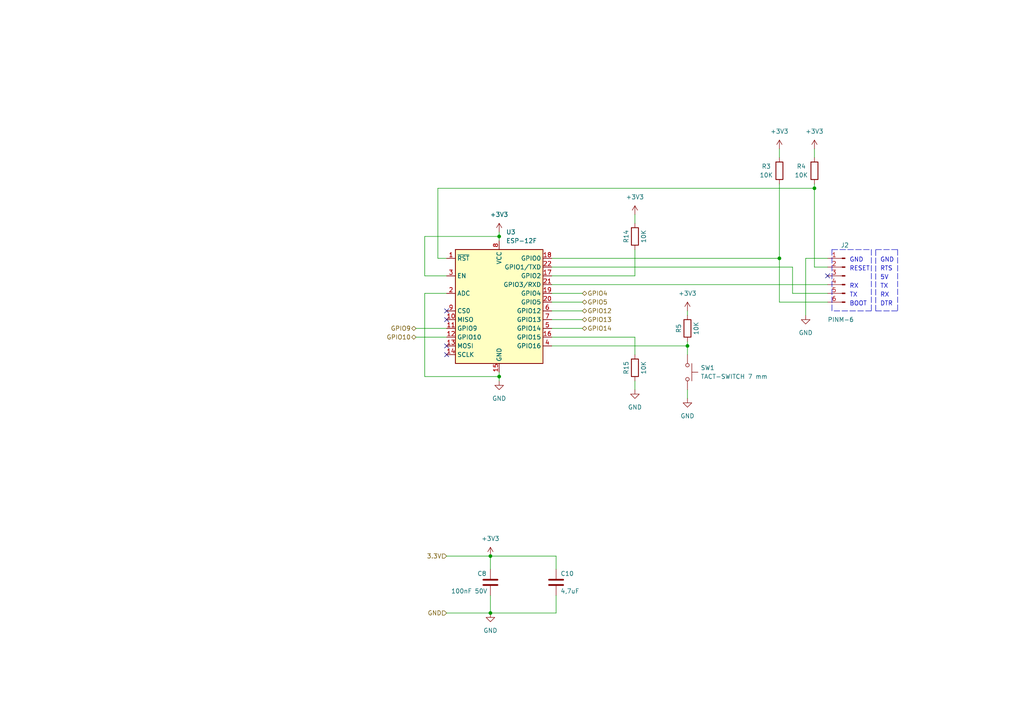
<source format=kicad_sch>
(kicad_sch (version 20211123) (generator eeschema)
  (paper "A4")
  (lib_symbols
    (symbol "Connector:Conn_01x06_Male" (pin_names (offset 1.016) hide)
      (property "Reference" "J" (at 0 7.62 0))
      (property "Value" "Conn_01x06_Male" (at 0 -10.16 0))
      (symbol "Conn_01x06_Male_1_1"
        (polyline (pts (xy 1.27 -7.62) (xy 0.8636 -7.62)) (stroke (width 0.1524)))
        (polyline (pts (xy 1.27 -5.08) (xy 0.8636 -5.08)) (stroke (width 0.1524)))
        (polyline (pts (xy 1.27 -2.54) (xy 0.8636 -2.54)) (stroke (width 0.1524)))
        (polyline (pts (xy 1.27 0) (xy 0.8636 0)) (stroke (width 0.1524)))
        (polyline (pts (xy 1.27 2.54) (xy 0.8636 2.54)) (stroke (width 0.1524)))
        (polyline (pts (xy 1.27 5.08) (xy 0.8636 5.08)) (stroke (width 0.1524)))
        (rectangle (start 0.8636 -7.493) (end 0 -7.747) (stroke (width 0.1524)) (fill (type outline)))
        (rectangle (start 0.8636 -4.953) (end 0 -5.207) (stroke (width 0.1524)) (fill (type outline)))
        (rectangle (start 0.8636 -2.413) (end 0 -2.667) (stroke (width 0.1524)) (fill (type outline)))
        (rectangle (start 0.8636 0.127) (end 0 -0.127) (stroke (width 0.1524)) (fill (type outline)))
        (rectangle (start 0.8636 2.667) (end 0 2.413) (stroke (width 0.1524)) (fill (type outline)))
        (rectangle (start 0.8636 5.207) (end 0 4.953) (stroke (width 0.1524)) (fill (type outline)))
        (pin passive line (at 5.08 5.08 180) (length 3.81) (name "Pin_1") (number "1"))
        (pin passive line (at 5.08 2.54 180) (length 3.81) (name "Pin_2") (number "2"))
        (pin passive line (at 5.08 0 180) (length 3.81) (name "Pin_3") (number "3"))
        (pin passive line (at 5.08 -2.54 180) (length 3.81) (name "Pin_4") (number "4"))
        (pin passive line (at 5.08 -5.08 180) (length 3.81) (name "Pin_5") (number "5"))
        (pin passive line (at 5.08 -7.62 180) (length 3.81) (name "Pin_6") (number "6"))
      )
    )
    (symbol "Device:C" (pin_numbers hide) (pin_names (offset 0.254))
      (property "Reference" "C" (at 0.635 2.54 0))
      (property "Value" "C" (at 0.635 -2.54 0))
      (symbol "C_0_1"
        (polyline (pts (xy -2.032 -0.762) (xy 2.032 -0.762)) (stroke (width 0.508)))
        (polyline (pts (xy -2.032 0.762) (xy 2.032 0.762)) (stroke (width 0.508)))
      )
      (symbol "C_1_1"
        (pin passive line (at 0 3.81 270) (length 2.794) (name "~") (number "1"))
        (pin passive line (at 0 -3.81 90) (length 2.794) (name "~") (number "2"))
      )
    )
    (symbol "Device:R" (pin_numbers hide) (pin_names (offset 0))
      (property "Reference" "R" (at 2.032 0 90))
      (property "Value" "R" (at 0 0 90))
      (symbol "R_0_1"
        (rectangle (start -1.016 -2.54) (end 1.016 2.54) (stroke (width 0.254)))
      )
      (symbol "R_1_1"
        (pin passive line (at 0 3.81 270) (length 1.27) (name "~") (number "1"))
        (pin passive line (at 0 -3.81 90) (length 1.27) (name "~") (number "2"))
      )
    )
    (symbol "RF_Module:ESP-12F"
      (property "Reference" "U" (at -12.7 19.05 0))
      (property "Value" "ESP-12F" (at 12.7 19.05 0))
      (symbol "ESP-12F_0_1"
        (rectangle (start -12.7 17.78) (end 12.7 -15.24) (stroke (width 0.254)) (fill (type background)))
      )
      (symbol "ESP-12F_1_1"
        (pin input line (at -15.24 15.24 0) (length 2.54) (name "~{RST}") (number "1"))
        (pin bidirectional line (at -15.24 -2.54 0) (length 2.54) (name "MISO") (number "10"))
        (pin bidirectional line (at -15.24 -5.08 0) (length 2.54) (name "GPIO9") (number "11"))
        (pin bidirectional line (at -15.24 -7.62 0) (length 2.54) (name "GPIO10") (number "12"))
        (pin bidirectional line (at -15.24 -10.16 0) (length 2.54) (name "MOSI") (number "13"))
        (pin bidirectional line (at -15.24 -12.7 0) (length 2.54) (name "SCLK") (number "14"))
        (pin power_in line (at 0 -17.78 90) (length 2.54) (name "GND") (number "15"))
        (pin bidirectional line (at 15.24 -7.62 180) (length 2.54) (name "GPIO15") (number "16"))
        (pin bidirectional line (at 15.24 10.16 180) (length 2.54) (name "GPIO2") (number "17"))
        (pin bidirectional line (at 15.24 15.24 180) (length 2.54) (name "GPIO0") (number "18"))
        (pin bidirectional line (at 15.24 5.08 180) (length 2.54) (name "GPIO4") (number "19"))
        (pin input line (at -15.24 5.08 0) (length 2.54) (name "ADC") (number "2"))
        (pin bidirectional line (at 15.24 2.54 180) (length 2.54) (name "GPIO5") (number "20"))
        (pin bidirectional line (at 15.24 7.62 180) (length 2.54) (name "GPIO3/RXD") (number "21"))
        (pin bidirectional line (at 15.24 12.7 180) (length 2.54) (name "GPIO1/TXD") (number "22"))
        (pin input line (at -15.24 10.16 0) (length 2.54) (name "EN") (number "3"))
        (pin bidirectional line (at 15.24 -10.16 180) (length 2.54) (name "GPIO16") (number "4"))
        (pin bidirectional line (at 15.24 -5.08 180) (length 2.54) (name "GPIO14") (number "5"))
        (pin bidirectional line (at 15.24 0 180) (length 2.54) (name "GPIO12") (number "6"))
        (pin bidirectional line (at 15.24 -2.54 180) (length 2.54) (name "GPIO13") (number "7"))
        (pin power_in line (at 0 20.32 270) (length 2.54) (name "VCC") (number "8"))
        (pin input line (at -15.24 0 0) (length 2.54) (name "CS0") (number "9"))
      )
    )
    (symbol "Switch:SW_Push" (pin_numbers hide) (pin_names (offset 1.016) hide)
      (property "Reference" "SW" (at 1.27 2.54 0))
      (property "Value" "SW_Push" (at 0 -1.524 0))
      (symbol "SW_Push_0_1"
        (circle (center -2.032 0) (radius 0.508))
        (polyline (pts (xy 0 1.27) (xy 0 3.048)))
        (polyline (pts (xy 2.54 1.27) (xy -2.54 1.27)))
        (circle (center 2.032 0) (radius 0.508))
        (pin passive line (at -5.08 0 0) (length 2.54) (name "1") (number "1"))
        (pin passive line (at 5.08 0 180) (length 2.54) (name "2") (number "2"))
      )
    )
    (symbol "power:+3.3V" (power) (pin_names (offset 0))
      (property "Value" "+3.3V" (at 0 3.556 0))
      (symbol "+3.3V_0_1"
        (polyline (pts (xy -0.762 1.27) (xy 0 2.54)))
        (polyline (pts (xy 0 0) (xy 0 2.54)))
        (polyline (pts (xy 0 2.54) (xy 0.762 1.27)))
      )
      (symbol "+3.3V_1_1"
        (pin power_in line (at 0 0 90) (length 0) hide (name "+3V3") (number "1"))
      )
    )
    (symbol "power:GND" (power) (pin_names (offset 0))
      (property "Value" "GND" (at 0 -3.81 0))
      (symbol "GND_0_1"
        (polyline (pts (xy 0 0) (xy 0 -1.27) (xy 1.27 -1.27) (xy 0 -2.54) (xy -1.27 -1.27) (xy 0 -1.27)))
      )
      (symbol "GND_1_1"
        (pin power_in line (at 0 0 270) (length 0) hide (name "GND") (number "1"))
      )
    )
  )
  (junction (at 236.22 54.61))
  (junction (at 144.78 68.58))
  (junction (at 199.39 100.33))
  (junction (at 142.24 161.29))
  (junction (at 142.24 177.8))
  (junction (at 226.06 74.93))
  (junction (at 144.78 109.22))
  (no_connect (at 129.54 100.33))
  (no_connect (at 129.54 90.17))
  (no_connect (at 129.54 92.71))
  (no_connect (at 129.54 102.87))
  (no_connect (at 240.03 80.01))
  (wire (pts (xy 160.02 80.01) (xy 184.15 80.01)))
  (wire (pts (xy 160.02 85.09) (xy 168.91 85.09)))
  (wire (pts (xy 236.22 53.34) (xy 236.22 54.61)))
  (wire (pts (xy 161.29 165.1) (xy 161.29 161.29)))
  (wire (pts (xy 129.54 97.79) (xy 120.65 97.79)))
  (wire (pts (xy 123.19 80.01) (xy 123.19 68.58)))
  (wire (pts (xy 129.54 85.09) (xy 123.19 85.09)))
  (wire (pts (xy 233.68 74.93) (xy 240.03 74.93)))
  (wire (pts (xy 129.54 161.29) (xy 142.24 161.29)))
  (wire (pts (xy 144.78 107.95) (xy 144.78 109.22)))
  (wire (pts (xy 229.87 85.09) (xy 229.87 77.47)))
  (wire (pts (xy 199.39 113.03) (xy 199.39 115.57)))
  (wire (pts (xy 160.02 100.33) (xy 199.39 100.33)))
  (wire (pts (xy 199.39 100.33) (xy 199.39 102.87)))
  (polyline (pts (xy 252.73 90.17) (xy 241.3 90.17)))
  (wire (pts (xy 127 54.61) (xy 236.22 54.61)))
  (wire (pts (xy 160.02 82.55) (xy 240.03 82.55)))
  (wire (pts (xy 160.02 87.63) (xy 168.91 87.63)))
  (wire (pts (xy 142.24 172.72) (xy 142.24 177.8)))
  (wire (pts (xy 236.22 43.18) (xy 236.22 45.72)))
  (wire (pts (xy 123.19 85.09) (xy 123.19 109.22)))
  (polyline (pts (xy 252.73 72.39) (xy 252.73 90.17)))
  (wire (pts (xy 160.02 97.79) (xy 184.15 97.79)))
  (polyline (pts (xy 254 90.17) (xy 260.35 90.17)))
  (wire (pts (xy 233.68 91.44) (xy 233.68 74.93)))
  (wire (pts (xy 240.03 77.47) (xy 236.22 77.47)))
  (wire (pts (xy 184.15 80.01) (xy 184.15 72.39)))
  (wire (pts (xy 129.54 74.93) (xy 127 74.93)))
  (wire (pts (xy 199.39 99.06) (xy 199.39 100.33)))
  (wire (pts (xy 160.02 95.25) (xy 168.91 95.25)))
  (wire (pts (xy 144.78 109.22) (xy 144.78 110.49)))
  (polyline (pts (xy 254 90.17) (xy 254 72.39)))
  (wire (pts (xy 127 74.93) (xy 127 54.61)))
  (wire (pts (xy 142.24 165.1) (xy 142.24 161.29)))
  (wire (pts (xy 142.24 161.29) (xy 161.29 161.29)))
  (wire (pts (xy 142.24 177.8) (xy 161.29 177.8)))
  (wire (pts (xy 184.15 62.23) (xy 184.15 64.77)))
  (wire (pts (xy 161.29 172.72) (xy 161.29 177.8)))
  (wire (pts (xy 184.15 110.49) (xy 184.15 113.03)))
  (wire (pts (xy 129.54 95.25) (xy 120.65 95.25)))
  (wire (pts (xy 184.15 97.79) (xy 184.15 102.87)))
  (polyline (pts (xy 241.3 72.39) (xy 241.3 90.17)))
  (wire (pts (xy 123.19 68.58) (xy 144.78 68.58)))
  (wire (pts (xy 236.22 77.47) (xy 236.22 54.61)))
  (wire (pts (xy 144.78 67.31) (xy 144.78 68.58)))
  (wire (pts (xy 160.02 92.71) (xy 168.91 92.71)))
  (wire (pts (xy 199.39 90.17) (xy 199.39 91.44)))
  (wire (pts (xy 123.19 109.22) (xy 144.78 109.22)))
  (wire (pts (xy 129.54 177.8) (xy 142.24 177.8)))
  (wire (pts (xy 160.02 74.93) (xy 226.06 74.93)))
  (wire (pts (xy 226.06 53.34) (xy 226.06 74.93)))
  (wire (pts (xy 229.87 77.47) (xy 160.02 77.47)))
  (polyline (pts (xy 254 72.39) (xy 260.35 72.39)))
  (wire (pts (xy 226.06 87.63) (xy 226.06 74.93)))
  (wire (pts (xy 129.54 80.01) (xy 123.19 80.01)))
  (wire (pts (xy 144.78 68.58) (xy 144.78 69.85)))
  (polyline (pts (xy 260.35 72.39) (xy 260.35 90.17)))
  (wire (pts (xy 160.02 90.17) (xy 168.91 90.17)))
  (polyline (pts (xy 241.3 72.39) (xy 252.73 72.39)))
  (wire (pts (xy 240.03 85.09) (xy 229.87 85.09)))
  (wire (pts (xy 240.03 87.63) (xy 226.06 87.63)))
  (wire (pts (xy 226.06 43.18) (xy 226.06 45.72)))
  (text "TX" (at 246.38 86.36 0) (effects (font (size 1.27 1.27)) (justify left bottom)))
  (text "GND" (at 255.27 76.2 0) (effects (font (size 1.27 1.27)) (justify left bottom)))
  (text "5V" (at 255.27 81.28 0) (effects (font (size 1.27 1.27)) (justify left bottom)))
  (text "TX" (at 255.27 83.82 0) (effects (font (size 1.27 1.27)) (justify left bottom)))
  (text "BOOT" (at 246.38 88.9 0) (effects (font (size 1.27 1.27)) (justify left bottom)))
  (text "RX" (at 246.38 83.82 0) (effects (font (size 1.27 1.27)) (justify left bottom)))
  (text "RESET" (at 246.38 78.74 0) (effects (font (size 1.27 1.27)) (justify left bottom)))
  (text "RTS" (at 255.27 78.74 0) (effects (font (size 1.27 1.27)) (justify left bottom)))
  (text "GND" (at 246.38 76.2 0) (effects (font (size 1.27 1.27)) (justify left bottom)))
  (text "DTR" (at 255.27 88.9 0) (effects (font (size 1.27 1.27)) (justify left bottom)))
  (text "RX" (at 255.27 86.36 0) (effects (font (size 1.27 1.27)) (justify left bottom)))
  (hierarchical_label "3.3V" (shape input) (at 129.54 161.29 180))
  (hierarchical_label "GPIO10" (shape bidirectional) (at 120.65 97.79 180))
  (hierarchical_label "GPIO12" (shape bidirectional) (at 168.91 90.17 0))
  (hierarchical_label "GPIO9" (shape bidirectional) (at 120.65 95.25 180))
  (hierarchical_label "GPIO13" (shape bidirectional) (at 168.91 92.71 0))
  (hierarchical_label "GPIO14" (shape bidirectional) (at 168.91 95.25 0))
  (hierarchical_label "GND" (shape input) (at 129.54 177.8 180))
  (hierarchical_label "GPIO4" (shape bidirectional) (at 168.91 85.09 0))
  (hierarchical_label "GPIO5" (shape bidirectional) (at 168.91 87.63 0))
  (symbol (lib_id "power:+3.3V") (at 226.06 43.18 0) (unit 1)
    (property "Reference" "#PWR012" (effects hide))
    (property "Value" "+3.3V" (at 226.06 38.1 0))
  )
  (symbol (lib_id "Device:R") (at 184.15 68.58 0) (unit 1)
    (property "Reference" "R14" (at 181.61 68.58 90))
    (property "Value" "10K" (at 186.69 68.58 90))
    (property "Footprint" "Resistor_SMD:R_0805_2012Metric_Pad1.20x1.40mm_HandSolder" (effects hide))
  )
  (symbol (lib_id "power:+3.3V") (at 199.39 90.17 0) (unit 1)
    (property "Reference" "#PWR016" (effects hide))
    (property "Value" "+3.3V" (at 199.39 85.09 0))
  )
  (symbol (lib_id "power:+3.3V") (at 142.24 161.29 0) (unit 1)
    (property "Reference" "#PWR019" (effects hide))
    (property "Value" "+3.3V" (at 142.24 156.21 0))
  )
  (symbol (lib_id "power:+3.3V") (at 236.22 43.18 0) (unit 1)
    (property "Reference" "#PWR013" (effects hide))
    (property "Value" "+3.3V" (at 236.22 38.1 0))
  )
  (symbol (lib_id "Device:R") (at 199.39 95.25 0) (unit 1)
    (property "Reference" "R5" (at 196.85 95.25 90))
    (property "Value" "10K" (at 201.93 95.25 90))
    (property "Footprint" "Resistor_SMD:R_0805_2012Metric_Pad1.20x1.40mm_HandSolder" (effects hide))
  )
  (symbol (lib_id "power:+3.3V") (at 184.15 62.23 0) (unit 1)
    (property "Reference" "#PWR0106" (effects hide))
    (property "Value" "+3.3V" (at 184.15 57.15 0))
  )
  (symbol (lib_id "Device:R") (at 236.22 49.53 180) (unit 1)
    (property "Reference" "R4" (at 232.41 48.26 0))
    (property "Value" "10K" (at 232.41 50.8 0))
    (property "Footprint" "Resistor_SMD:R_0805_2012Metric_Pad1.20x1.40mm_HandSolder" (effects hide))
  )
  (symbol (lib_id "RF_Module:ESP-12F") (at 144.78 90.17 0) (unit 1)
    (property "Reference" "U3" (at 146.7994 67.31 0) (effects (justify left)))
    (property "Value" "ESP-12F" (at 146.7994 69.85 0) (effects (justify left)))
    (property "Footprint" "RF_Module:ESP-12E" (effects hide))
    (property "Datasheet" "http://wiki.ai-thinker.com/_media/esp8266/esp8266_series_modules_user_manual_v1.1.pdf" (effects hide))
  )
  (symbol (lib_id "Device:R") (at 184.15 106.68 0) (unit 1)
    (property "Reference" "R15" (at 181.61 106.68 90))
    (property "Value" "10K" (at 186.69 106.68 90))
    (property "Footprint" "Resistor_SMD:R_0805_2012Metric_Pad1.20x1.40mm_HandSolder" (effects hide))
  )
  (symbol (lib_id "power:GND") (at 142.24 177.8 0) (unit 1)
    (property "Reference" "#PWR020" (effects hide))
    (property "Value" "GND" (at 142.24 182.88 0))
  )
  (symbol (lib_id "power:GND") (at 184.15 113.03 0) (unit 1)
    (property "Reference" "#PWR0105" (effects hide))
    (property "Value" "GND" (at 184.15 118.11 0))
  )
  (symbol (lib_id "power:GND") (at 144.78 110.49 0) (unit 1)
    (property "Reference" "#PWR017" (effects hide))
    (property "Value" "GND" (at 144.78 115.57 0))
  )
  (symbol (lib_id "Connector:Conn_01x06_Male") (at 245.11 80.01 0) (mirror y) (unit 1)
    (property "Reference" "J2" (at 243.84 71.12 0) (effects (justify right)))
    (property "Value" "PINM-6" (at 240.03 92.71 0) (effects (justify right)))
    (property "Footprint" "Connector_PinHeader_2.54mm:PinHeader_1x06_P2.54mm_Vertical" (effects hide))
  )
  (symbol (lib_id "power:GND") (at 199.39 115.57 0) (unit 1)
    (property "Reference" "#PWR018" (effects hide))
    (property "Value" "GND" (at 199.39 120.65 0))
  )
  (symbol (lib_id "power:+3.3V") (at 144.78 67.31 0) (unit 1)
    (property "Reference" "#PWR014" (effects hide))
    (property "Value" "+3.3V" (at 144.78 62.23 0))
  )
  (symbol (lib_id "power:GND") (at 233.68 91.44 0) (unit 1)
    (property "Reference" "#PWR015" (effects hide))
    (property "Value" "GND" (at 233.68 96.52 0))
  )
  (symbol (lib_id "Switch:SW_Push") (at 199.39 107.95 270) (mirror x) (unit 1)
    (property "Reference" "SW1" (at 203.2 106.6799 90) (effects (justify left)))
    (property "Value" "TACT-SWITCH 7 mm" (at 203.2 109.2199 90) (effects (justify left)))
    (property "Footprint" "Button_Switch_THT:SW_Tactile_SPST_Angled_PTS645Vx39-2LFS" (effects hide))
  )
  (symbol (lib_id "Device:R") (at 226.06 49.53 180) (unit 1)
    (property "Reference" "R3" (at 222.25 48.26 0))
    (property "Value" "10K" (at 222.25 50.8 0))
    (property "Footprint" "Resistor_SMD:R_0805_2012Metric_Pad1.20x1.40mm_HandSolder" (effects hide))
  )
  (symbol (lib_id "Device:C") (at 142.24 168.91 0) (unit 1)
    (property "Reference" "C8" (at 138.43 166.37 0) (effects (justify left)))
    (property "Value" "100nF 50V" (at 130.81 171.45 0) (effects (justify left)))
    (property "Footprint" "Capacitor_SMD:C_0805_2012Metric_Pad1.18x1.45mm_HandSolder" (effects hide))
    (property "DigiKey" "1276-1007-2-ND" (effects hide))
  )
  (symbol (lib_id "Device:C") (at 161.29 168.91 0) (unit 1)
    (property "Reference" "C10" (at 162.56 166.37 0) (effects (justify left)))
    (property "Value" "4,7uF" (at 162.56 171.45 0) (effects (justify left)))
    (property "Footprint" "Capacitor_SMD:C_0805_2012Metric_Pad1.18x1.45mm_HandSolder" (effects hide))
  )
)
</source>
